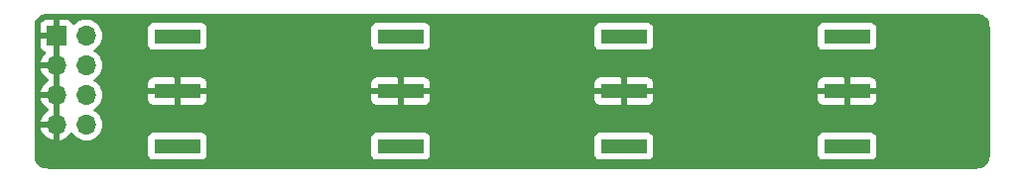
<source format=gbr>
%TF.GenerationSoftware,KiCad,Pcbnew,(6.0.0)*%
%TF.CreationDate,2022-04-04T18:39:18-04:00*%
%TF.ProjectId,SweetBusinessDaughtercard,53776565-7442-4757-9369-6e6573734461,rev?*%
%TF.SameCoordinates,Original*%
%TF.FileFunction,Copper,L2,Bot*%
%TF.FilePolarity,Positive*%
%FSLAX46Y46*%
G04 Gerber Fmt 4.6, Leading zero omitted, Abs format (unit mm)*
G04 Created by KiCad (PCBNEW (6.0.0)) date 2022-04-04 18:39:18*
%MOMM*%
%LPD*%
G01*
G04 APERTURE LIST*
%TA.AperFunction,ComponentPad*%
%ADD10R,4.000000X1.300000*%
%TD*%
%TA.AperFunction,ComponentPad*%
%ADD11R,1.700000X1.700000*%
%TD*%
%TA.AperFunction,ComponentPad*%
%ADD12O,1.700000X1.700000*%
%TD*%
G04 APERTURE END LIST*
D10*
%TO.P,SW3,1,A*%
%TO.N,unconnected-(SW3-Pad1)*%
X137310100Y-61177100D03*
%TO.P,SW3,2,B*%
%TO.N,GND*%
X137310100Y-65877100D03*
%TO.P,SW3,3,C*%
%TO.N,col14*%
X137310100Y-70577100D03*
%TD*%
%TO.P,SW4,1,A*%
%TO.N,unconnected-(SW4-Pad1)*%
X156358900Y-61177100D03*
%TO.P,SW4,2,B*%
%TO.N,GND*%
X156358900Y-65877100D03*
%TO.P,SW4,3,C*%
%TO.N,col15*%
X156358900Y-70577100D03*
%TD*%
%TO.P,SW1,1,A*%
%TO.N,unconnected-(SW1-Pad1)*%
X99212500Y-61177100D03*
%TO.P,SW1,2,B*%
%TO.N,GND*%
X99212500Y-65877100D03*
%TO.P,SW1,3,C*%
%TO.N,col12*%
X99212500Y-70577100D03*
%TD*%
%TO.P,SW2,1,A*%
%TO.N,unconnected-(SW2-Pad1)*%
X118261300Y-61177100D03*
%TO.P,SW2,2,B*%
%TO.N,GND*%
X118261300Y-65877100D03*
%TO.P,SW2,3,C*%
%TO.N,col13*%
X118261300Y-70577100D03*
%TD*%
D11*
%TO.P,J0,1,Pin_1*%
%TO.N,GND*%
X88900000Y-61118750D03*
D12*
%TO.P,J0,2,Pin_2*%
%TO.N,col15*%
X91440000Y-61118750D03*
%TO.P,J0,3,Pin_3*%
%TO.N,GND*%
X88900000Y-63658750D03*
%TO.P,J0,4,Pin_4*%
%TO.N,col14*%
X91440000Y-63658750D03*
%TO.P,J0,5,Pin_5*%
%TO.N,GND*%
X88900000Y-66198750D03*
%TO.P,J0,6,Pin_6*%
%TO.N,col13*%
X91440000Y-66198750D03*
%TO.P,J0,7,Pin_7*%
%TO.N,GND*%
X88900000Y-68738750D03*
%TO.P,J0,8,Pin_8*%
%TO.N,col12*%
X91440000Y-68738750D03*
%TD*%
%TA.AperFunction,Conductor*%
%TO.N,GND*%
G36*
X167440757Y-59243300D02*
G01*
X167455558Y-59245605D01*
X167455561Y-59245605D01*
X167464430Y-59246986D01*
X167477078Y-59245332D01*
X167504397Y-59244748D01*
X167559335Y-59249555D01*
X167647150Y-59257238D01*
X167668779Y-59261051D01*
X167829228Y-59304043D01*
X167849867Y-59311555D01*
X168000410Y-59381754D01*
X168019431Y-59392736D01*
X168155499Y-59488012D01*
X168172323Y-59502130D01*
X168289770Y-59619577D01*
X168303888Y-59636401D01*
X168399164Y-59772469D01*
X168410146Y-59791490D01*
X168480345Y-59942033D01*
X168487856Y-59962669D01*
X168530849Y-60123121D01*
X168534661Y-60144742D01*
X168537304Y-60174942D01*
X168546549Y-60280619D01*
X168545996Y-60297079D01*
X168546405Y-60297084D01*
X168546295Y-60306058D01*
X168544914Y-60314930D01*
X168546078Y-60323832D01*
X168546078Y-60323835D01*
X168549036Y-60346451D01*
X168550100Y-60362789D01*
X168550100Y-71383672D01*
X168548600Y-71403056D01*
X168544914Y-71426730D01*
X168546568Y-71439377D01*
X168547152Y-71466698D01*
X168534662Y-71609450D01*
X168530849Y-71631079D01*
X168487857Y-71791528D01*
X168480345Y-71812167D01*
X168410146Y-71962710D01*
X168399164Y-71981731D01*
X168303888Y-72117799D01*
X168289770Y-72134623D01*
X168172323Y-72252070D01*
X168155499Y-72266188D01*
X168019431Y-72361464D01*
X168000410Y-72372446D01*
X167849867Y-72442645D01*
X167829231Y-72450156D01*
X167668779Y-72493149D01*
X167647158Y-72496961D01*
X167598028Y-72501260D01*
X167511281Y-72508849D01*
X167494821Y-72508296D01*
X167494816Y-72508705D01*
X167485842Y-72508595D01*
X167476970Y-72507214D01*
X167468068Y-72508378D01*
X167468065Y-72508378D01*
X167445449Y-72511336D01*
X167429111Y-72512400D01*
X88150028Y-72512400D01*
X88130643Y-72510900D01*
X88115842Y-72508595D01*
X88115839Y-72508595D01*
X88106970Y-72507214D01*
X88094322Y-72508868D01*
X88067003Y-72509452D01*
X88012065Y-72504645D01*
X87924250Y-72496962D01*
X87902621Y-72493149D01*
X87742172Y-72450157D01*
X87721533Y-72442645D01*
X87570987Y-72372444D01*
X87551967Y-72361462D01*
X87415908Y-72266193D01*
X87399083Y-72252075D01*
X87281627Y-72134619D01*
X87267509Y-72117794D01*
X87172236Y-71981729D01*
X87161254Y-71962709D01*
X87091055Y-71812167D01*
X87083543Y-71791528D01*
X87066004Y-71726071D01*
X87040551Y-71631079D01*
X87036738Y-71609454D01*
X87035539Y-71595742D01*
X87025146Y-71476953D01*
X87025171Y-71454715D01*
X87025563Y-71450339D01*
X87026371Y-71445538D01*
X87026524Y-71432999D01*
X87022573Y-71405411D01*
X87021300Y-71387548D01*
X87021300Y-71275234D01*
X96704000Y-71275234D01*
X96710755Y-71337416D01*
X96761885Y-71473805D01*
X96849239Y-71590361D01*
X96965795Y-71677715D01*
X97102184Y-71728845D01*
X97164366Y-71735600D01*
X101260634Y-71735600D01*
X101322816Y-71728845D01*
X101459205Y-71677715D01*
X101575761Y-71590361D01*
X101663115Y-71473805D01*
X101714245Y-71337416D01*
X101721000Y-71275234D01*
X115752800Y-71275234D01*
X115759555Y-71337416D01*
X115810685Y-71473805D01*
X115898039Y-71590361D01*
X116014595Y-71677715D01*
X116150984Y-71728845D01*
X116213166Y-71735600D01*
X120309434Y-71735600D01*
X120371616Y-71728845D01*
X120508005Y-71677715D01*
X120624561Y-71590361D01*
X120711915Y-71473805D01*
X120763045Y-71337416D01*
X120769800Y-71275234D01*
X134801600Y-71275234D01*
X134808355Y-71337416D01*
X134859485Y-71473805D01*
X134946839Y-71590361D01*
X135063395Y-71677715D01*
X135199784Y-71728845D01*
X135261966Y-71735600D01*
X139358234Y-71735600D01*
X139420416Y-71728845D01*
X139556805Y-71677715D01*
X139673361Y-71590361D01*
X139760715Y-71473805D01*
X139811845Y-71337416D01*
X139818600Y-71275234D01*
X153850400Y-71275234D01*
X153857155Y-71337416D01*
X153908285Y-71473805D01*
X153995639Y-71590361D01*
X154112195Y-71677715D01*
X154248584Y-71728845D01*
X154310766Y-71735600D01*
X158407034Y-71735600D01*
X158469216Y-71728845D01*
X158605605Y-71677715D01*
X158722161Y-71590361D01*
X158809515Y-71473805D01*
X158860645Y-71337416D01*
X158867400Y-71275234D01*
X158867400Y-69878966D01*
X158860645Y-69816784D01*
X158809515Y-69680395D01*
X158722161Y-69563839D01*
X158605605Y-69476485D01*
X158469216Y-69425355D01*
X158407034Y-69418600D01*
X154310766Y-69418600D01*
X154248584Y-69425355D01*
X154112195Y-69476485D01*
X153995639Y-69563839D01*
X153908285Y-69680395D01*
X153857155Y-69816784D01*
X153850400Y-69878966D01*
X153850400Y-71275234D01*
X139818600Y-71275234D01*
X139818600Y-69878966D01*
X139811845Y-69816784D01*
X139760715Y-69680395D01*
X139673361Y-69563839D01*
X139556805Y-69476485D01*
X139420416Y-69425355D01*
X139358234Y-69418600D01*
X135261966Y-69418600D01*
X135199784Y-69425355D01*
X135063395Y-69476485D01*
X134946839Y-69563839D01*
X134859485Y-69680395D01*
X134808355Y-69816784D01*
X134801600Y-69878966D01*
X134801600Y-71275234D01*
X120769800Y-71275234D01*
X120769800Y-69878966D01*
X120763045Y-69816784D01*
X120711915Y-69680395D01*
X120624561Y-69563839D01*
X120508005Y-69476485D01*
X120371616Y-69425355D01*
X120309434Y-69418600D01*
X116213166Y-69418600D01*
X116150984Y-69425355D01*
X116014595Y-69476485D01*
X115898039Y-69563839D01*
X115810685Y-69680395D01*
X115759555Y-69816784D01*
X115752800Y-69878966D01*
X115752800Y-71275234D01*
X101721000Y-71275234D01*
X101721000Y-69878966D01*
X101714245Y-69816784D01*
X101663115Y-69680395D01*
X101575761Y-69563839D01*
X101459205Y-69476485D01*
X101322816Y-69425355D01*
X101260634Y-69418600D01*
X97164366Y-69418600D01*
X97102184Y-69425355D01*
X96965795Y-69476485D01*
X96849239Y-69563839D01*
X96761885Y-69680395D01*
X96710755Y-69816784D01*
X96704000Y-69878966D01*
X96704000Y-71275234D01*
X87021300Y-71275234D01*
X87021300Y-69006716D01*
X87568257Y-69006716D01*
X87598565Y-69141196D01*
X87601645Y-69151025D01*
X87681770Y-69348353D01*
X87686413Y-69357544D01*
X87797694Y-69539138D01*
X87803777Y-69547449D01*
X87943213Y-69708417D01*
X87950580Y-69715633D01*
X88114434Y-69851666D01*
X88122881Y-69857581D01*
X88306756Y-69965029D01*
X88316042Y-69969479D01*
X88515001Y-70045453D01*
X88524899Y-70048329D01*
X88628250Y-70069356D01*
X88642299Y-70068160D01*
X88646000Y-70057815D01*
X88646000Y-70057267D01*
X89154000Y-70057267D01*
X89158064Y-70071109D01*
X89171478Y-70073143D01*
X89178184Y-70072284D01*
X89188262Y-70070142D01*
X89392255Y-70008941D01*
X89401842Y-70005183D01*
X89593095Y-69911489D01*
X89601945Y-69906214D01*
X89775328Y-69782542D01*
X89783200Y-69775889D01*
X89934052Y-69625562D01*
X89940730Y-69617715D01*
X90068022Y-69440569D01*
X90069279Y-69441472D01*
X90116373Y-69398112D01*
X90186311Y-69385895D01*
X90251751Y-69413428D01*
X90279579Y-69445261D01*
X90339987Y-69543838D01*
X90486250Y-69712688D01*
X90658126Y-69855382D01*
X90851000Y-69968088D01*
X91059692Y-70047780D01*
X91064760Y-70048811D01*
X91064763Y-70048812D01*
X91159862Y-70068160D01*
X91278597Y-70092317D01*
X91283772Y-70092507D01*
X91283774Y-70092507D01*
X91496673Y-70100314D01*
X91496677Y-70100314D01*
X91501837Y-70100503D01*
X91506957Y-70099847D01*
X91506959Y-70099847D01*
X91718288Y-70072775D01*
X91718289Y-70072775D01*
X91723416Y-70072118D01*
X91728366Y-70070633D01*
X91932429Y-70009411D01*
X91932434Y-70009409D01*
X91937384Y-70007924D01*
X92137994Y-69909646D01*
X92319860Y-69779923D01*
X92478096Y-69622239D01*
X92520061Y-69563839D01*
X92605435Y-69445027D01*
X92608453Y-69440827D01*
X92616522Y-69424502D01*
X92705136Y-69245203D01*
X92705137Y-69245201D01*
X92707430Y-69240561D01*
X92772370Y-69026819D01*
X92801529Y-68805340D01*
X92803156Y-68738750D01*
X92784852Y-68516111D01*
X92730431Y-68299452D01*
X92641354Y-68094590D01*
X92520014Y-67907027D01*
X92369670Y-67741801D01*
X92365619Y-67738602D01*
X92365615Y-67738598D01*
X92198414Y-67606550D01*
X92198410Y-67606548D01*
X92194359Y-67603348D01*
X92153053Y-67580546D01*
X92103084Y-67530114D01*
X92088312Y-67460671D01*
X92113428Y-67394266D01*
X92140780Y-67367659D01*
X92184603Y-67336400D01*
X92319860Y-67239923D01*
X92478096Y-67082239D01*
X92608453Y-66900827D01*
X92621995Y-66873428D01*
X92705136Y-66705203D01*
X92705137Y-66705201D01*
X92707430Y-66700561D01*
X92746560Y-66571769D01*
X96704501Y-66571769D01*
X96704871Y-66578590D01*
X96710395Y-66629452D01*
X96714021Y-66644704D01*
X96759176Y-66765154D01*
X96767714Y-66780749D01*
X96844215Y-66882824D01*
X96856776Y-66895385D01*
X96958851Y-66971886D01*
X96974446Y-66980424D01*
X97094894Y-67025578D01*
X97110149Y-67029205D01*
X97161014Y-67034731D01*
X97167828Y-67035100D01*
X98940385Y-67035100D01*
X98955624Y-67030625D01*
X98956829Y-67029235D01*
X98958500Y-67021552D01*
X98958500Y-67016984D01*
X99466500Y-67016984D01*
X99470975Y-67032223D01*
X99472365Y-67033428D01*
X99480048Y-67035099D01*
X101257169Y-67035099D01*
X101263990Y-67034729D01*
X101314852Y-67029205D01*
X101330104Y-67025579D01*
X101450554Y-66980424D01*
X101466149Y-66971886D01*
X101568224Y-66895385D01*
X101580785Y-66882824D01*
X101657286Y-66780749D01*
X101665824Y-66765154D01*
X101710978Y-66644706D01*
X101714605Y-66629451D01*
X101720131Y-66578586D01*
X101720500Y-66571772D01*
X101720500Y-66571769D01*
X115753301Y-66571769D01*
X115753671Y-66578590D01*
X115759195Y-66629452D01*
X115762821Y-66644704D01*
X115807976Y-66765154D01*
X115816514Y-66780749D01*
X115893015Y-66882824D01*
X115905576Y-66895385D01*
X116007651Y-66971886D01*
X116023246Y-66980424D01*
X116143694Y-67025578D01*
X116158949Y-67029205D01*
X116209814Y-67034731D01*
X116216628Y-67035100D01*
X117989185Y-67035100D01*
X118004424Y-67030625D01*
X118005629Y-67029235D01*
X118007300Y-67021552D01*
X118007300Y-67016984D01*
X118515300Y-67016984D01*
X118519775Y-67032223D01*
X118521165Y-67033428D01*
X118528848Y-67035099D01*
X120305969Y-67035099D01*
X120312790Y-67034729D01*
X120363652Y-67029205D01*
X120378904Y-67025579D01*
X120499354Y-66980424D01*
X120514949Y-66971886D01*
X120617024Y-66895385D01*
X120629585Y-66882824D01*
X120706086Y-66780749D01*
X120714624Y-66765154D01*
X120759778Y-66644706D01*
X120763405Y-66629451D01*
X120768931Y-66578586D01*
X120769300Y-66571772D01*
X120769300Y-66571769D01*
X134802101Y-66571769D01*
X134802471Y-66578590D01*
X134807995Y-66629452D01*
X134811621Y-66644704D01*
X134856776Y-66765154D01*
X134865314Y-66780749D01*
X134941815Y-66882824D01*
X134954376Y-66895385D01*
X135056451Y-66971886D01*
X135072046Y-66980424D01*
X135192494Y-67025578D01*
X135207749Y-67029205D01*
X135258614Y-67034731D01*
X135265428Y-67035100D01*
X137037985Y-67035100D01*
X137053224Y-67030625D01*
X137054429Y-67029235D01*
X137056100Y-67021552D01*
X137056100Y-67016984D01*
X137564100Y-67016984D01*
X137568575Y-67032223D01*
X137569965Y-67033428D01*
X137577648Y-67035099D01*
X139354769Y-67035099D01*
X139361590Y-67034729D01*
X139412452Y-67029205D01*
X139427704Y-67025579D01*
X139548154Y-66980424D01*
X139563749Y-66971886D01*
X139665824Y-66895385D01*
X139678385Y-66882824D01*
X139754886Y-66780749D01*
X139763424Y-66765154D01*
X139808578Y-66644706D01*
X139812205Y-66629451D01*
X139817731Y-66578586D01*
X139818100Y-66571772D01*
X139818100Y-66571769D01*
X153850901Y-66571769D01*
X153851271Y-66578590D01*
X153856795Y-66629452D01*
X153860421Y-66644704D01*
X153905576Y-66765154D01*
X153914114Y-66780749D01*
X153990615Y-66882824D01*
X154003176Y-66895385D01*
X154105251Y-66971886D01*
X154120846Y-66980424D01*
X154241294Y-67025578D01*
X154256549Y-67029205D01*
X154307414Y-67034731D01*
X154314228Y-67035100D01*
X156086785Y-67035100D01*
X156102024Y-67030625D01*
X156103229Y-67029235D01*
X156104900Y-67021552D01*
X156104900Y-67016984D01*
X156612900Y-67016984D01*
X156617375Y-67032223D01*
X156618765Y-67033428D01*
X156626448Y-67035099D01*
X158403569Y-67035099D01*
X158410390Y-67034729D01*
X158461252Y-67029205D01*
X158476504Y-67025579D01*
X158596954Y-66980424D01*
X158612549Y-66971886D01*
X158714624Y-66895385D01*
X158727185Y-66882824D01*
X158803686Y-66780749D01*
X158812224Y-66765154D01*
X158857378Y-66644706D01*
X158861005Y-66629451D01*
X158866531Y-66578586D01*
X158866900Y-66571772D01*
X158866900Y-66149215D01*
X158862425Y-66133976D01*
X158861035Y-66132771D01*
X158853352Y-66131100D01*
X156631015Y-66131100D01*
X156615776Y-66135575D01*
X156614571Y-66136965D01*
X156612900Y-66144648D01*
X156612900Y-67016984D01*
X156104900Y-67016984D01*
X156104900Y-66149215D01*
X156100425Y-66133976D01*
X156099035Y-66132771D01*
X156091352Y-66131100D01*
X153869016Y-66131100D01*
X153853777Y-66135575D01*
X153852572Y-66136965D01*
X153850901Y-66144648D01*
X153850901Y-66571769D01*
X139818100Y-66571769D01*
X139818100Y-66149215D01*
X139813625Y-66133976D01*
X139812235Y-66132771D01*
X139804552Y-66131100D01*
X137582215Y-66131100D01*
X137566976Y-66135575D01*
X137565771Y-66136965D01*
X137564100Y-66144648D01*
X137564100Y-67016984D01*
X137056100Y-67016984D01*
X137056100Y-66149215D01*
X137051625Y-66133976D01*
X137050235Y-66132771D01*
X137042552Y-66131100D01*
X134820216Y-66131100D01*
X134804977Y-66135575D01*
X134803772Y-66136965D01*
X134802101Y-66144648D01*
X134802101Y-66571769D01*
X120769300Y-66571769D01*
X120769300Y-66149215D01*
X120764825Y-66133976D01*
X120763435Y-66132771D01*
X120755752Y-66131100D01*
X118533415Y-66131100D01*
X118518176Y-66135575D01*
X118516971Y-66136965D01*
X118515300Y-66144648D01*
X118515300Y-67016984D01*
X118007300Y-67016984D01*
X118007300Y-66149215D01*
X118002825Y-66133976D01*
X118001435Y-66132771D01*
X117993752Y-66131100D01*
X115771416Y-66131100D01*
X115756177Y-66135575D01*
X115754972Y-66136965D01*
X115753301Y-66144648D01*
X115753301Y-66571769D01*
X101720500Y-66571769D01*
X101720500Y-66149215D01*
X101716025Y-66133976D01*
X101714635Y-66132771D01*
X101706952Y-66131100D01*
X99484615Y-66131100D01*
X99469376Y-66135575D01*
X99468171Y-66136965D01*
X99466500Y-66144648D01*
X99466500Y-67016984D01*
X98958500Y-67016984D01*
X98958500Y-66149215D01*
X98954025Y-66133976D01*
X98952635Y-66132771D01*
X98944952Y-66131100D01*
X96722616Y-66131100D01*
X96707377Y-66135575D01*
X96706172Y-66136965D01*
X96704501Y-66144648D01*
X96704501Y-66571769D01*
X92746560Y-66571769D01*
X92772370Y-66486819D01*
X92801529Y-66265340D01*
X92803156Y-66198750D01*
X92784852Y-65976111D01*
X92730431Y-65759452D01*
X92663266Y-65604985D01*
X96704500Y-65604985D01*
X96708975Y-65620224D01*
X96710365Y-65621429D01*
X96718048Y-65623100D01*
X98940385Y-65623100D01*
X98955624Y-65618625D01*
X98956829Y-65617235D01*
X98958500Y-65609552D01*
X98958500Y-65604985D01*
X99466500Y-65604985D01*
X99470975Y-65620224D01*
X99472365Y-65621429D01*
X99480048Y-65623100D01*
X101702384Y-65623100D01*
X101717623Y-65618625D01*
X101718828Y-65617235D01*
X101720499Y-65609552D01*
X101720499Y-65604985D01*
X115753300Y-65604985D01*
X115757775Y-65620224D01*
X115759165Y-65621429D01*
X115766848Y-65623100D01*
X117989185Y-65623100D01*
X118004424Y-65618625D01*
X118005629Y-65617235D01*
X118007300Y-65609552D01*
X118007300Y-65604985D01*
X118515300Y-65604985D01*
X118519775Y-65620224D01*
X118521165Y-65621429D01*
X118528848Y-65623100D01*
X120751184Y-65623100D01*
X120766423Y-65618625D01*
X120767628Y-65617235D01*
X120769299Y-65609552D01*
X120769299Y-65604985D01*
X134802100Y-65604985D01*
X134806575Y-65620224D01*
X134807965Y-65621429D01*
X134815648Y-65623100D01*
X137037985Y-65623100D01*
X137053224Y-65618625D01*
X137054429Y-65617235D01*
X137056100Y-65609552D01*
X137056100Y-65604985D01*
X137564100Y-65604985D01*
X137568575Y-65620224D01*
X137569965Y-65621429D01*
X137577648Y-65623100D01*
X139799984Y-65623100D01*
X139815223Y-65618625D01*
X139816428Y-65617235D01*
X139818099Y-65609552D01*
X139818099Y-65604985D01*
X153850900Y-65604985D01*
X153855375Y-65620224D01*
X153856765Y-65621429D01*
X153864448Y-65623100D01*
X156086785Y-65623100D01*
X156102024Y-65618625D01*
X156103229Y-65617235D01*
X156104900Y-65609552D01*
X156104900Y-65604985D01*
X156612900Y-65604985D01*
X156617375Y-65620224D01*
X156618765Y-65621429D01*
X156626448Y-65623100D01*
X158848784Y-65623100D01*
X158864023Y-65618625D01*
X158865228Y-65617235D01*
X158866899Y-65609552D01*
X158866899Y-65182431D01*
X158866529Y-65175610D01*
X158861005Y-65124748D01*
X158857379Y-65109496D01*
X158812224Y-64989046D01*
X158803686Y-64973451D01*
X158727185Y-64871376D01*
X158714624Y-64858815D01*
X158612549Y-64782314D01*
X158596954Y-64773776D01*
X158476506Y-64728622D01*
X158461251Y-64724995D01*
X158410386Y-64719469D01*
X158403572Y-64719100D01*
X156631015Y-64719100D01*
X156615776Y-64723575D01*
X156614571Y-64724965D01*
X156612900Y-64732648D01*
X156612900Y-65604985D01*
X156104900Y-65604985D01*
X156104900Y-64737216D01*
X156100425Y-64721977D01*
X156099035Y-64720772D01*
X156091352Y-64719101D01*
X154314231Y-64719101D01*
X154307410Y-64719471D01*
X154256548Y-64724995D01*
X154241296Y-64728621D01*
X154120846Y-64773776D01*
X154105251Y-64782314D01*
X154003176Y-64858815D01*
X153990615Y-64871376D01*
X153914114Y-64973451D01*
X153905576Y-64989046D01*
X153860422Y-65109494D01*
X153856795Y-65124749D01*
X153851269Y-65175614D01*
X153850900Y-65182428D01*
X153850900Y-65604985D01*
X139818099Y-65604985D01*
X139818099Y-65182431D01*
X139817729Y-65175610D01*
X139812205Y-65124748D01*
X139808579Y-65109496D01*
X139763424Y-64989046D01*
X139754886Y-64973451D01*
X139678385Y-64871376D01*
X139665824Y-64858815D01*
X139563749Y-64782314D01*
X139548154Y-64773776D01*
X139427706Y-64728622D01*
X139412451Y-64724995D01*
X139361586Y-64719469D01*
X139354772Y-64719100D01*
X137582215Y-64719100D01*
X137566976Y-64723575D01*
X137565771Y-64724965D01*
X137564100Y-64732648D01*
X137564100Y-65604985D01*
X137056100Y-65604985D01*
X137056100Y-64737216D01*
X137051625Y-64721977D01*
X137050235Y-64720772D01*
X137042552Y-64719101D01*
X135265431Y-64719101D01*
X135258610Y-64719471D01*
X135207748Y-64724995D01*
X135192496Y-64728621D01*
X135072046Y-64773776D01*
X135056451Y-64782314D01*
X134954376Y-64858815D01*
X134941815Y-64871376D01*
X134865314Y-64973451D01*
X134856776Y-64989046D01*
X134811622Y-65109494D01*
X134807995Y-65124749D01*
X134802469Y-65175614D01*
X134802100Y-65182428D01*
X134802100Y-65604985D01*
X120769299Y-65604985D01*
X120769299Y-65182431D01*
X120768929Y-65175610D01*
X120763405Y-65124748D01*
X120759779Y-65109496D01*
X120714624Y-64989046D01*
X120706086Y-64973451D01*
X120629585Y-64871376D01*
X120617024Y-64858815D01*
X120514949Y-64782314D01*
X120499354Y-64773776D01*
X120378906Y-64728622D01*
X120363651Y-64724995D01*
X120312786Y-64719469D01*
X120305972Y-64719100D01*
X118533415Y-64719100D01*
X118518176Y-64723575D01*
X118516971Y-64724965D01*
X118515300Y-64732648D01*
X118515300Y-65604985D01*
X118007300Y-65604985D01*
X118007300Y-64737216D01*
X118002825Y-64721977D01*
X118001435Y-64720772D01*
X117993752Y-64719101D01*
X116216631Y-64719101D01*
X116209810Y-64719471D01*
X116158948Y-64724995D01*
X116143696Y-64728621D01*
X116023246Y-64773776D01*
X116007651Y-64782314D01*
X115905576Y-64858815D01*
X115893015Y-64871376D01*
X115816514Y-64973451D01*
X115807976Y-64989046D01*
X115762822Y-65109494D01*
X115759195Y-65124749D01*
X115753669Y-65175614D01*
X115753300Y-65182428D01*
X115753300Y-65604985D01*
X101720499Y-65604985D01*
X101720499Y-65182431D01*
X101720129Y-65175610D01*
X101714605Y-65124748D01*
X101710979Y-65109496D01*
X101665824Y-64989046D01*
X101657286Y-64973451D01*
X101580785Y-64871376D01*
X101568224Y-64858815D01*
X101466149Y-64782314D01*
X101450554Y-64773776D01*
X101330106Y-64728622D01*
X101314851Y-64724995D01*
X101263986Y-64719469D01*
X101257172Y-64719100D01*
X99484615Y-64719100D01*
X99469376Y-64723575D01*
X99468171Y-64724965D01*
X99466500Y-64732648D01*
X99466500Y-65604985D01*
X98958500Y-65604985D01*
X98958500Y-64737216D01*
X98954025Y-64721977D01*
X98952635Y-64720772D01*
X98944952Y-64719101D01*
X97167831Y-64719101D01*
X97161010Y-64719471D01*
X97110148Y-64724995D01*
X97094896Y-64728621D01*
X96974446Y-64773776D01*
X96958851Y-64782314D01*
X96856776Y-64858815D01*
X96844215Y-64871376D01*
X96767714Y-64973451D01*
X96759176Y-64989046D01*
X96714022Y-65109494D01*
X96710395Y-65124749D01*
X96704869Y-65175614D01*
X96704500Y-65182428D01*
X96704500Y-65604985D01*
X92663266Y-65604985D01*
X92641354Y-65554590D01*
X92520014Y-65367027D01*
X92369670Y-65201801D01*
X92365619Y-65198602D01*
X92365615Y-65198598D01*
X92198414Y-65066550D01*
X92198410Y-65066548D01*
X92194359Y-65063348D01*
X92153053Y-65040546D01*
X92103084Y-64990114D01*
X92088312Y-64920671D01*
X92113428Y-64854266D01*
X92140780Y-64827659D01*
X92204351Y-64782314D01*
X92319860Y-64699923D01*
X92478096Y-64542239D01*
X92608453Y-64360827D01*
X92621995Y-64333428D01*
X92705136Y-64165203D01*
X92705137Y-64165201D01*
X92707430Y-64160561D01*
X92772370Y-63946819D01*
X92801529Y-63725340D01*
X92803156Y-63658750D01*
X92784852Y-63436111D01*
X92730431Y-63219452D01*
X92641354Y-63014590D01*
X92520014Y-62827027D01*
X92369670Y-62661801D01*
X92365619Y-62658602D01*
X92365615Y-62658598D01*
X92198414Y-62526550D01*
X92198410Y-62526548D01*
X92194359Y-62523348D01*
X92153053Y-62500546D01*
X92103084Y-62450114D01*
X92088312Y-62380671D01*
X92113428Y-62314266D01*
X92140780Y-62287659D01*
X92184603Y-62256400D01*
X92319860Y-62159923D01*
X92478096Y-62002239D01*
X92569358Y-61875234D01*
X96704000Y-61875234D01*
X96710755Y-61937416D01*
X96761885Y-62073805D01*
X96849239Y-62190361D01*
X96965795Y-62277715D01*
X97102184Y-62328845D01*
X97164366Y-62335600D01*
X101260634Y-62335600D01*
X101322816Y-62328845D01*
X101459205Y-62277715D01*
X101575761Y-62190361D01*
X101663115Y-62073805D01*
X101714245Y-61937416D01*
X101721000Y-61875234D01*
X115752800Y-61875234D01*
X115759555Y-61937416D01*
X115810685Y-62073805D01*
X115898039Y-62190361D01*
X116014595Y-62277715D01*
X116150984Y-62328845D01*
X116213166Y-62335600D01*
X120309434Y-62335600D01*
X120371616Y-62328845D01*
X120508005Y-62277715D01*
X120624561Y-62190361D01*
X120711915Y-62073805D01*
X120763045Y-61937416D01*
X120769800Y-61875234D01*
X134801600Y-61875234D01*
X134808355Y-61937416D01*
X134859485Y-62073805D01*
X134946839Y-62190361D01*
X135063395Y-62277715D01*
X135199784Y-62328845D01*
X135261966Y-62335600D01*
X139358234Y-62335600D01*
X139420416Y-62328845D01*
X139556805Y-62277715D01*
X139673361Y-62190361D01*
X139760715Y-62073805D01*
X139811845Y-61937416D01*
X139818600Y-61875234D01*
X153850400Y-61875234D01*
X153857155Y-61937416D01*
X153908285Y-62073805D01*
X153995639Y-62190361D01*
X154112195Y-62277715D01*
X154248584Y-62328845D01*
X154310766Y-62335600D01*
X158407034Y-62335600D01*
X158469216Y-62328845D01*
X158605605Y-62277715D01*
X158722161Y-62190361D01*
X158809515Y-62073805D01*
X158860645Y-61937416D01*
X158867400Y-61875234D01*
X158867400Y-60478966D01*
X158860645Y-60416784D01*
X158809515Y-60280395D01*
X158722161Y-60163839D01*
X158605605Y-60076485D01*
X158469216Y-60025355D01*
X158407034Y-60018600D01*
X154310766Y-60018600D01*
X154248584Y-60025355D01*
X154112195Y-60076485D01*
X153995639Y-60163839D01*
X153908285Y-60280395D01*
X153857155Y-60416784D01*
X153850400Y-60478966D01*
X153850400Y-61875234D01*
X139818600Y-61875234D01*
X139818600Y-60478966D01*
X139811845Y-60416784D01*
X139760715Y-60280395D01*
X139673361Y-60163839D01*
X139556805Y-60076485D01*
X139420416Y-60025355D01*
X139358234Y-60018600D01*
X135261966Y-60018600D01*
X135199784Y-60025355D01*
X135063395Y-60076485D01*
X134946839Y-60163839D01*
X134859485Y-60280395D01*
X134808355Y-60416784D01*
X134801600Y-60478966D01*
X134801600Y-61875234D01*
X120769800Y-61875234D01*
X120769800Y-60478966D01*
X120763045Y-60416784D01*
X120711915Y-60280395D01*
X120624561Y-60163839D01*
X120508005Y-60076485D01*
X120371616Y-60025355D01*
X120309434Y-60018600D01*
X116213166Y-60018600D01*
X116150984Y-60025355D01*
X116014595Y-60076485D01*
X115898039Y-60163839D01*
X115810685Y-60280395D01*
X115759555Y-60416784D01*
X115752800Y-60478966D01*
X115752800Y-61875234D01*
X101721000Y-61875234D01*
X101721000Y-60478966D01*
X101714245Y-60416784D01*
X101663115Y-60280395D01*
X101575761Y-60163839D01*
X101459205Y-60076485D01*
X101322816Y-60025355D01*
X101260634Y-60018600D01*
X97164366Y-60018600D01*
X97102184Y-60025355D01*
X96965795Y-60076485D01*
X96849239Y-60163839D01*
X96761885Y-60280395D01*
X96710755Y-60416784D01*
X96704000Y-60478966D01*
X96704000Y-61875234D01*
X92569358Y-61875234D01*
X92608453Y-61820827D01*
X92707430Y-61620561D01*
X92772370Y-61406819D01*
X92801529Y-61185340D01*
X92803156Y-61118750D01*
X92784852Y-60896111D01*
X92730431Y-60679452D01*
X92641354Y-60474590D01*
X92558457Y-60346451D01*
X92522822Y-60291367D01*
X92522820Y-60291364D01*
X92520014Y-60287027D01*
X92369670Y-60121801D01*
X92365619Y-60118602D01*
X92365615Y-60118598D01*
X92198414Y-59986550D01*
X92198410Y-59986548D01*
X92194359Y-59983348D01*
X91998789Y-59875388D01*
X91993920Y-59873664D01*
X91993916Y-59873662D01*
X91793087Y-59802545D01*
X91793083Y-59802544D01*
X91788212Y-59800819D01*
X91783119Y-59799912D01*
X91783116Y-59799911D01*
X91573373Y-59762550D01*
X91573367Y-59762549D01*
X91568284Y-59761644D01*
X91494452Y-59760742D01*
X91350081Y-59758978D01*
X91350079Y-59758978D01*
X91344911Y-59758915D01*
X91124091Y-59792705D01*
X90911756Y-59862107D01*
X90881443Y-59877887D01*
X90718575Y-59962671D01*
X90713607Y-59965257D01*
X90709474Y-59968360D01*
X90709471Y-59968362D01*
X90558291Y-60081871D01*
X90534965Y-60099385D01*
X90531393Y-60103123D01*
X90453898Y-60184216D01*
X90392374Y-60219645D01*
X90321462Y-60216188D01*
X90263676Y-60174942D01*
X90244823Y-60141394D01*
X90203324Y-60030696D01*
X90194786Y-60015101D01*
X90118285Y-59913026D01*
X90105724Y-59900465D01*
X90003649Y-59823964D01*
X89988054Y-59815426D01*
X89867606Y-59770272D01*
X89852351Y-59766645D01*
X89801486Y-59761119D01*
X89794672Y-59760750D01*
X89172115Y-59760750D01*
X89156876Y-59765225D01*
X89155671Y-59766615D01*
X89154000Y-59774298D01*
X89154000Y-70057267D01*
X88646000Y-70057267D01*
X88646000Y-69010865D01*
X88641525Y-68995626D01*
X88640135Y-68994421D01*
X88632452Y-68992750D01*
X87583225Y-68992750D01*
X87569694Y-68996723D01*
X87568257Y-69006716D01*
X87021300Y-69006716D01*
X87021300Y-68472933D01*
X87564389Y-68472933D01*
X87565912Y-68481357D01*
X87578292Y-68484750D01*
X88627885Y-68484750D01*
X88643124Y-68480275D01*
X88644329Y-68478885D01*
X88646000Y-68471202D01*
X88646000Y-66470865D01*
X88641525Y-66455626D01*
X88640135Y-66454421D01*
X88632452Y-66452750D01*
X87583225Y-66452750D01*
X87569694Y-66456723D01*
X87568257Y-66466716D01*
X87598565Y-66601196D01*
X87601645Y-66611025D01*
X87681770Y-66808353D01*
X87686413Y-66817544D01*
X87797694Y-66999138D01*
X87803777Y-67007449D01*
X87943213Y-67168417D01*
X87950580Y-67175633D01*
X88114434Y-67311666D01*
X88122881Y-67317581D01*
X88192479Y-67358251D01*
X88241203Y-67409890D01*
X88254274Y-67479673D01*
X88227543Y-67545444D01*
X88187087Y-67578803D01*
X88178462Y-67583292D01*
X88169738Y-67588786D01*
X87999433Y-67716655D01*
X87991726Y-67723498D01*
X87844590Y-67877467D01*
X87838104Y-67885477D01*
X87718098Y-68061399D01*
X87713000Y-68070373D01*
X87623338Y-68263533D01*
X87619775Y-68273220D01*
X87564389Y-68472933D01*
X87021300Y-68472933D01*
X87021300Y-65932933D01*
X87564389Y-65932933D01*
X87565912Y-65941357D01*
X87578292Y-65944750D01*
X88627885Y-65944750D01*
X88643124Y-65940275D01*
X88644329Y-65938885D01*
X88646000Y-65931202D01*
X88646000Y-63930865D01*
X88641525Y-63915626D01*
X88640135Y-63914421D01*
X88632452Y-63912750D01*
X87583225Y-63912750D01*
X87569694Y-63916723D01*
X87568257Y-63926716D01*
X87598565Y-64061196D01*
X87601645Y-64071025D01*
X87681770Y-64268353D01*
X87686413Y-64277544D01*
X87797694Y-64459138D01*
X87803777Y-64467449D01*
X87943213Y-64628417D01*
X87950580Y-64635633D01*
X88114434Y-64771666D01*
X88122881Y-64777581D01*
X88192479Y-64818251D01*
X88241203Y-64869890D01*
X88254274Y-64939673D01*
X88227543Y-65005444D01*
X88187087Y-65038803D01*
X88178462Y-65043292D01*
X88169738Y-65048786D01*
X87999433Y-65176655D01*
X87991726Y-65183498D01*
X87844590Y-65337467D01*
X87838104Y-65345477D01*
X87718098Y-65521399D01*
X87713000Y-65530373D01*
X87623338Y-65723533D01*
X87619775Y-65733220D01*
X87564389Y-65932933D01*
X87021300Y-65932933D01*
X87021300Y-62013419D01*
X87542001Y-62013419D01*
X87542371Y-62020240D01*
X87547895Y-62071102D01*
X87551521Y-62086354D01*
X87596676Y-62206804D01*
X87605214Y-62222399D01*
X87681715Y-62324474D01*
X87694276Y-62337035D01*
X87796351Y-62413536D01*
X87811946Y-62422074D01*
X87921337Y-62463083D01*
X87978101Y-62505725D01*
X88002801Y-62572286D01*
X87987594Y-62641635D01*
X87968201Y-62668116D01*
X87844590Y-62797467D01*
X87838104Y-62805477D01*
X87718098Y-62981399D01*
X87713000Y-62990373D01*
X87623338Y-63183533D01*
X87619775Y-63193220D01*
X87564389Y-63392933D01*
X87565912Y-63401357D01*
X87578292Y-63404750D01*
X88627885Y-63404750D01*
X88643124Y-63400275D01*
X88644329Y-63398885D01*
X88646000Y-63391202D01*
X88646000Y-61390865D01*
X88641525Y-61375626D01*
X88640135Y-61374421D01*
X88632452Y-61372750D01*
X87560116Y-61372750D01*
X87544877Y-61377225D01*
X87543672Y-61378615D01*
X87542001Y-61386298D01*
X87542001Y-62013419D01*
X87021300Y-62013419D01*
X87021300Y-60846635D01*
X87542000Y-60846635D01*
X87546475Y-60861874D01*
X87547865Y-60863079D01*
X87555548Y-60864750D01*
X88627885Y-60864750D01*
X88643124Y-60860275D01*
X88644329Y-60858885D01*
X88646000Y-60851202D01*
X88646000Y-59778866D01*
X88641525Y-59763627D01*
X88640135Y-59762422D01*
X88632452Y-59760751D01*
X88005331Y-59760751D01*
X87998510Y-59761121D01*
X87947648Y-59766645D01*
X87932396Y-59770271D01*
X87811946Y-59815426D01*
X87796351Y-59823964D01*
X87694276Y-59900465D01*
X87681715Y-59913026D01*
X87605214Y-60015101D01*
X87596676Y-60030696D01*
X87551522Y-60151144D01*
X87547895Y-60166399D01*
X87542369Y-60217264D01*
X87542000Y-60224078D01*
X87542000Y-60846635D01*
X87021300Y-60846635D01*
X87021300Y-60370528D01*
X87022800Y-60351143D01*
X87025105Y-60336342D01*
X87025105Y-60336339D01*
X87026486Y-60327470D01*
X87024832Y-60314822D01*
X87024248Y-60287502D01*
X87036738Y-60144750D01*
X87040551Y-60123121D01*
X87083543Y-59962672D01*
X87091055Y-59942033D01*
X87161254Y-59791490D01*
X87172236Y-59772469D01*
X87267512Y-59636401D01*
X87281630Y-59619577D01*
X87399077Y-59502130D01*
X87415901Y-59488012D01*
X87551969Y-59392736D01*
X87570990Y-59381754D01*
X87721533Y-59311555D01*
X87742169Y-59304044D01*
X87902621Y-59261051D01*
X87924242Y-59257239D01*
X87973372Y-59252940D01*
X88060119Y-59245351D01*
X88076579Y-59245904D01*
X88076584Y-59245495D01*
X88085558Y-59245605D01*
X88094430Y-59246986D01*
X88103332Y-59245822D01*
X88103335Y-59245822D01*
X88125951Y-59242864D01*
X88142289Y-59241800D01*
X167421372Y-59241800D01*
X167440757Y-59243300D01*
G37*
%TD.AperFunction*%
%TD*%
M02*

</source>
